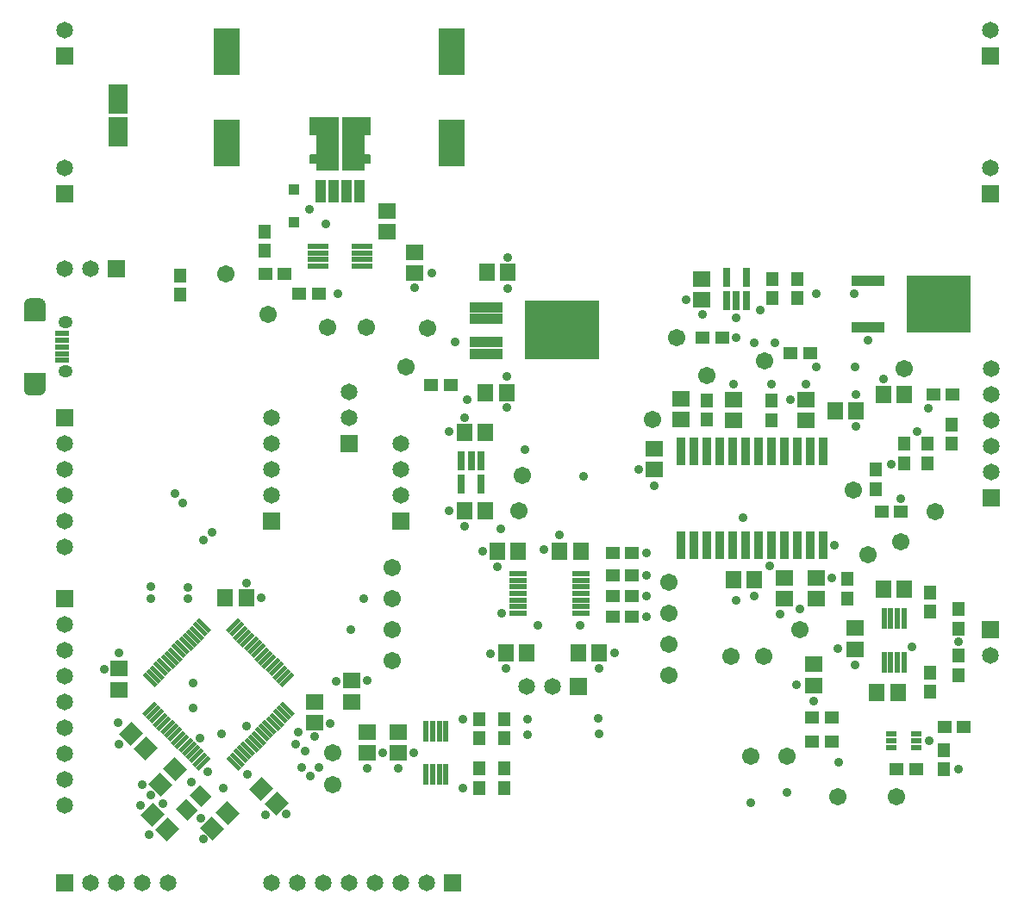
<source format=gts>
G04*
G04 #@! TF.GenerationSoftware,Altium Limited,Altium Designer,18.1.9 (240)*
G04*
G04 Layer_Color=8388736*
%FSLAX25Y25*%
%MOIN*%
G70*
G01*
G75*
%ADD18R,0.05715X0.01975*%
%ADD19R,0.02800X0.07400*%
%ADD20R,0.04494X0.02132*%
%ADD21R,0.02132X0.08234*%
%ADD22R,0.06659X0.02132*%
%ADD23R,0.08234X0.02132*%
%ADD24R,0.25010X0.22450*%
%ADD25R,0.12805X0.03947*%
G04:AMPARAMS|DCode=26|XSize=14.81mil|YSize=65.99mil|CornerRadius=0mil|HoleSize=0mil|Usage=FLASHONLY|Rotation=45.000|XOffset=0mil|YOffset=0mil|HoleType=Round|Shape=Rectangle|*
%AMROTATEDRECTD26*
4,1,4,0.01810,-0.02857,-0.02857,0.01810,-0.01810,0.02857,0.02857,-0.01810,0.01810,-0.02857,0.0*
%
%ADD26ROTATEDRECTD26*%

G04:AMPARAMS|DCode=27|XSize=14.81mil|YSize=65.99mil|CornerRadius=0mil|HoleSize=0mil|Usage=FLASHONLY|Rotation=135.000|XOffset=0mil|YOffset=0mil|HoleType=Round|Shape=Rectangle|*
%AMROTATEDRECTD27*
4,1,4,0.02857,0.01810,-0.01810,-0.02857,-0.02857,-0.01810,0.01810,0.02857,0.02857,0.01810,0.0*
%
%ADD27ROTATEDRECTD27*%

%ADD28R,0.03356X0.10836*%
%ADD29R,0.05512X0.05118*%
%ADD30R,0.05118X0.05512*%
%ADD31R,0.04100X0.08600*%
%ADD32R,0.08600X0.20600*%
G04:AMPARAMS|DCode=33|XSize=56.59mil|YSize=63.87mil|CornerRadius=0mil|HoleSize=0mil|Usage=FLASHONLY|Rotation=45.000|XOffset=0mil|YOffset=0mil|HoleType=Round|Shape=Rectangle|*
%AMROTATEDRECTD33*
4,1,4,0.00258,-0.04259,-0.04259,0.00258,-0.00258,0.04259,0.04259,-0.00258,0.00258,-0.04259,0.0*
%
%ADD33ROTATEDRECTD33*%

%ADD34R,0.04340X0.04143*%
%ADD35R,0.07293X0.11624*%
%ADD36R,0.06693X0.06299*%
G04:AMPARAMS|DCode=37|XSize=62.99mil|YSize=66.93mil|CornerRadius=0mil|HoleSize=0mil|Usage=FLASHONLY|Rotation=45.000|XOffset=0mil|YOffset=0mil|HoleType=Round|Shape=Rectangle|*
%AMROTATEDRECTD37*
4,1,4,0.00139,-0.04593,-0.04593,0.00139,-0.00139,0.04593,0.04593,-0.00139,0.00139,-0.04593,0.0*
%
%ADD37ROTATEDRECTD37*%

%ADD38R,0.06299X0.06693*%
%ADD39R,0.09852X0.18317*%
G04:AMPARAMS|DCode=40|XSize=62.99mil|YSize=66.93mil|CornerRadius=0mil|HoleSize=0mil|Usage=FLASHONLY|Rotation=315.000|XOffset=0mil|YOffset=0mil|HoleType=Round|Shape=Rectangle|*
%AMROTATEDRECTD40*
4,1,4,-0.04593,-0.00139,0.00139,0.04593,0.04593,0.00139,-0.00139,-0.04593,-0.04593,-0.00139,0.0*
%
%ADD40ROTATEDRECTD40*%

%ADD41R,0.28860X0.23060*%
%ADD42O,0.05324X0.02667*%
%ADD43O,0.05521X0.04734*%
%ADD44C,0.06506*%
%ADD45R,0.06506X0.06506*%
%ADD46R,0.06506X0.06506*%
%ADD47C,0.06702*%
%ADD48C,0.03600*%
G36*
X141047Y313833D02*
X141093Y313822D01*
X141137Y313804D01*
X141177Y313779D01*
X141213Y313748D01*
X141244Y313712D01*
X141268Y313672D01*
X141286Y313628D01*
X141297Y313582D01*
X141301Y313535D01*
Y307035D01*
X141297Y306988D01*
X141286Y306942D01*
X141268Y306899D01*
X141244Y306859D01*
X141213Y306823D01*
X141177Y306792D01*
X141137Y306767D01*
X141093Y306749D01*
X141047Y306738D01*
X141000Y306734D01*
X137000D01*
X136953Y306738D01*
X136907Y306749D01*
X136863Y306767D01*
X136823Y306792D01*
X136787Y306823D01*
X136757Y306859D01*
X136732Y306899D01*
X136714Y306942D01*
X136703Y306988D01*
X136699Y307035D01*
Y313535D01*
X136703Y313582D01*
X136714Y313628D01*
X136732Y313672D01*
X136757Y313712D01*
X136787Y313748D01*
X136823Y313779D01*
X136863Y313804D01*
X136907Y313822D01*
X136953Y313833D01*
X137000Y313836D01*
X141000D01*
X141047Y313833D01*
D02*
G37*
G36*
X122047Y313833D02*
X122093Y313822D01*
X122137Y313804D01*
X122177Y313779D01*
X122213Y313748D01*
X122243Y313712D01*
X122268Y313672D01*
X122286Y313628D01*
X122297Y313582D01*
X122301Y313535D01*
X122301Y307035D01*
X122297Y306988D01*
X122286Y306943D01*
X122268Y306899D01*
X122243Y306859D01*
X122213Y306823D01*
X122177Y306792D01*
X122137Y306767D01*
X122093Y306749D01*
X122047Y306738D01*
X122000Y306734D01*
X118000Y306734D01*
X117953Y306738D01*
X117907Y306749D01*
X117863Y306767D01*
X117823Y306792D01*
X117787Y306823D01*
X117756Y306859D01*
X117732Y306899D01*
X117714Y306942D01*
X117703Y306988D01*
X117699Y307035D01*
X117699Y313535D01*
X117703Y313582D01*
X117714Y313628D01*
X117732Y313672D01*
X117756Y313712D01*
X117787Y313748D01*
X117823Y313779D01*
X117863Y313804D01*
X117907Y313822D01*
X117953Y313833D01*
X118000Y313836D01*
X122000Y313836D01*
X122047Y313833D01*
D02*
G37*
G36*
X141047Y299333D02*
X141093Y299322D01*
X141137Y299304D01*
X141177Y299279D01*
X141213Y299248D01*
X141244Y299212D01*
X141268Y299172D01*
X141286Y299128D01*
X141297Y299082D01*
X141301Y299035D01*
Y296035D01*
X141297Y295988D01*
X141286Y295942D01*
X141268Y295899D01*
X141244Y295859D01*
X141213Y295823D01*
X141177Y295792D01*
X141137Y295767D01*
X141093Y295749D01*
X141047Y295738D01*
X141000Y295735D01*
X137250D01*
X137203Y295738D01*
X137157Y295749D01*
X137113Y295767D01*
X137073Y295792D01*
X137037Y295823D01*
X137006Y295859D01*
X136982Y295899D01*
X136964Y295942D01*
X136953Y295988D01*
X136949Y296035D01*
Y299035D01*
X136953Y299082D01*
X136964Y299128D01*
X136982Y299172D01*
X137006Y299212D01*
X137037Y299248D01*
X137073Y299279D01*
X137113Y299304D01*
X137157Y299322D01*
X137203Y299333D01*
X137250Y299336D01*
X141000D01*
X141047Y299333D01*
D02*
G37*
G36*
X122047D02*
X122093Y299322D01*
X122137Y299304D01*
X122177Y299279D01*
X122213Y299248D01*
X122243Y299212D01*
X122268Y299172D01*
X122286Y299128D01*
X122297Y299082D01*
X122301Y299035D01*
Y296035D01*
X122297Y295988D01*
X122286Y295942D01*
X122268Y295899D01*
X122243Y295859D01*
X122213Y295823D01*
X122177Y295792D01*
X122137Y295767D01*
X122093Y295749D01*
X122047Y295738D01*
X122000Y295735D01*
X118000D01*
X117953Y295738D01*
X117907Y295749D01*
X117863Y295767D01*
X117823Y295792D01*
X117787Y295823D01*
X117756Y295859D01*
X117732Y295899D01*
X117714Y295942D01*
X117703Y295988D01*
X117699Y296035D01*
Y299035D01*
X117703Y299082D01*
X117714Y299128D01*
X117732Y299172D01*
X117756Y299212D01*
X117787Y299248D01*
X117823Y299279D01*
X117863Y299304D01*
X117907Y299322D01*
X117953Y299333D01*
X118000Y299336D01*
X122000D01*
X122047Y299333D01*
D02*
G37*
G36*
X13644Y243686D02*
X13655D01*
X13667Y243684D01*
X13679Y243683D01*
X13690Y243680D01*
X13702Y243678D01*
X13713Y243675D01*
X13725Y243672D01*
X13736Y243668D01*
X13747Y243664D01*
X14470Y243364D01*
X14481Y243359D01*
X14492Y243354D01*
X14502Y243348D01*
X14513Y243343D01*
X14522Y243336D01*
X14532Y243330D01*
X14541Y243322D01*
X14551Y243315D01*
X14559Y243307D01*
X14568Y243299D01*
X15122Y242745D01*
X15129Y242736D01*
X15138Y242728D01*
X15145Y242718D01*
X15152Y242709D01*
X15159Y242699D01*
X15166Y242690D01*
X15171Y242679D01*
X15177Y242669D01*
X15182Y242658D01*
X15187Y242648D01*
X15487Y241924D01*
X15490Y241913D01*
X15495Y241902D01*
X15498Y241890D01*
X15501Y241879D01*
X15503Y241867D01*
X15506Y241856D01*
X15507Y241844D01*
X15509Y241832D01*
Y241821D01*
X15510Y241809D01*
Y241417D01*
Y235118D01*
X15506Y235071D01*
X15495Y235025D01*
X15477Y234981D01*
X15452Y234941D01*
X15421Y234905D01*
X15385Y234875D01*
X15345Y234850D01*
X15302Y234832D01*
X15256Y234821D01*
X15209Y234817D01*
X7728D01*
X7681Y234821D01*
X7635Y234832D01*
X7592Y234850D01*
X7552Y234875D01*
X7516Y234905D01*
X7485Y234941D01*
X7460Y234981D01*
X7442Y235025D01*
X7431Y235071D01*
X7427Y235118D01*
Y241417D01*
Y241809D01*
X7428Y241821D01*
Y241832D01*
X7430Y241844D01*
X7431Y241856D01*
X7434Y241867D01*
X7436Y241879D01*
X7439Y241890D01*
X7442Y241902D01*
X7447Y241913D01*
X7450Y241924D01*
X7750Y242648D01*
X7755Y242658D01*
X7760Y242669D01*
X7766Y242679D01*
X7771Y242690D01*
X7778Y242699D01*
X7785Y242709D01*
X7792Y242718D01*
X7799Y242728D01*
X7807Y242736D01*
X7815Y242745D01*
X8369Y243299D01*
X8378Y243307D01*
X8386Y243315D01*
X8396Y243322D01*
X8405Y243330D01*
X8415Y243336D01*
X8424Y243343D01*
X8435Y243348D01*
X8445Y243354D01*
X8456Y243359D01*
X8467Y243364D01*
X9190Y243664D01*
X9201Y243668D01*
X9212Y243672D01*
X9224Y243675D01*
X9235Y243678D01*
X9247Y243680D01*
X9258Y243683D01*
X9270Y243684D01*
X9282Y243686D01*
X9293D01*
X9305Y243687D01*
X13632D01*
X13644Y243686D01*
D02*
G37*
G36*
X15256Y214943D02*
X15302Y214932D01*
X15345Y214914D01*
X15385Y214889D01*
X15421Y214859D01*
X15452Y214823D01*
X15477Y214782D01*
X15495Y214739D01*
X15506Y214693D01*
X15510Y214646D01*
Y208347D01*
Y207955D01*
X15509Y207943D01*
Y207931D01*
X15507Y207920D01*
X15506Y207908D01*
X15503Y207896D01*
X15501Y207885D01*
X15498Y207873D01*
X15495Y207862D01*
X15490Y207851D01*
X15487Y207840D01*
X15187Y207116D01*
X15182Y207106D01*
X15177Y207095D01*
X15171Y207085D01*
X15166Y207074D01*
X15159Y207065D01*
X15152Y207054D01*
X15145Y207046D01*
X15138Y207036D01*
X15129Y207028D01*
X15122Y207019D01*
X14568Y206465D01*
X14559Y206457D01*
X14551Y206449D01*
X14541Y206442D01*
X14532Y206434D01*
X14522Y206428D01*
X14513Y206421D01*
X14502Y206416D01*
X14492Y206410D01*
X14481Y206405D01*
X14470Y206400D01*
X13747Y206100D01*
X13736Y206096D01*
X13725Y206092D01*
X13713Y206089D01*
X13702Y206085D01*
X13690Y206083D01*
X13679Y206081D01*
X13667Y206080D01*
X13655Y206078D01*
X13644D01*
X13632Y206077D01*
X9305D01*
X9293Y206078D01*
X9282D01*
X9270Y206080D01*
X9258Y206081D01*
X9247Y206083D01*
X9235Y206085D01*
X9224Y206089D01*
X9212Y206092D01*
X9201Y206096D01*
X9190Y206100D01*
X8467Y206400D01*
X8456Y206405D01*
X8445Y206410D01*
X8435Y206416D01*
X8424Y206421D01*
X8415Y206428D01*
X8405Y206434D01*
X8396Y206442D01*
X8386Y206449D01*
X8378Y206457D01*
X8369Y206465D01*
X7815Y207019D01*
X7807Y207028D01*
X7799Y207036D01*
X7792Y207046D01*
X7785Y207054D01*
X7778Y207065D01*
X7771Y207074D01*
X7766Y207085D01*
X7760Y207095D01*
X7755Y207106D01*
X7750Y207116D01*
X7450Y207840D01*
X7447Y207851D01*
X7442Y207862D01*
X7439Y207873D01*
X7436Y207885D01*
X7434Y207896D01*
X7431Y207908D01*
X7430Y207920D01*
X7428Y207931D01*
Y207943D01*
X7427Y207955D01*
Y208347D01*
Y214646D01*
X7431Y214693D01*
X7442Y214739D01*
X7460Y214782D01*
X7485Y214823D01*
X7516Y214859D01*
X7552Y214889D01*
X7592Y214914D01*
X7635Y214932D01*
X7681Y214943D01*
X7728Y214947D01*
X15209D01*
X15256Y214943D01*
D02*
G37*
D18*
X22000Y230000D02*
D03*
Y227441D02*
D03*
Y224882D02*
D03*
Y222323D02*
D03*
Y219764D02*
D03*
D19*
X279021Y251886D02*
D03*
X286502D02*
D03*
Y242686D02*
D03*
X282761D02*
D03*
X279021D02*
D03*
X183940Y171700D02*
D03*
X176460D02*
D03*
Y180900D02*
D03*
X180200D02*
D03*
X183940D02*
D03*
D20*
X342610Y69974D02*
D03*
Y72533D02*
D03*
Y75092D02*
D03*
X352256D02*
D03*
Y72533D02*
D03*
Y69974D02*
D03*
D21*
X339859Y102770D02*
D03*
X342418D02*
D03*
X344977D02*
D03*
X347536D02*
D03*
X339859Y119699D02*
D03*
X342418D02*
D03*
X344977D02*
D03*
X347536D02*
D03*
X162797Y59336D02*
D03*
X165356D02*
D03*
X167915D02*
D03*
X170474D02*
D03*
X162797Y76265D02*
D03*
X165356D02*
D03*
X167915D02*
D03*
X170474D02*
D03*
D22*
X222508Y121823D02*
D03*
Y124382D02*
D03*
Y126941D02*
D03*
Y129500D02*
D03*
Y132059D02*
D03*
Y134618D02*
D03*
Y137177D02*
D03*
X198492Y121823D02*
D03*
Y124382D02*
D03*
Y126941D02*
D03*
Y129500D02*
D03*
Y132059D02*
D03*
Y134618D02*
D03*
Y137177D02*
D03*
D23*
X121035Y263839D02*
D03*
Y261280D02*
D03*
Y258720D02*
D03*
Y256161D02*
D03*
X137965Y263839D02*
D03*
Y261280D02*
D03*
Y258720D02*
D03*
Y256161D02*
D03*
D24*
X213487Y231300D02*
D03*
X361130Y241500D02*
D03*
D25*
X186124Y222324D02*
D03*
Y226812D02*
D03*
Y235788D02*
D03*
Y240276D02*
D03*
X333768Y232524D02*
D03*
Y250476D02*
D03*
D26*
X55914Y96207D02*
D03*
X57306Y97599D02*
D03*
X58698Y98991D02*
D03*
X60090Y100383D02*
D03*
X61482Y101775D02*
D03*
X62874Y103167D02*
D03*
X64266Y104559D02*
D03*
X65658Y105951D02*
D03*
X67049Y107343D02*
D03*
X68441Y108734D02*
D03*
X69833Y110126D02*
D03*
X71225Y111518D02*
D03*
X72617Y112910D02*
D03*
X74009Y114302D02*
D03*
X75401Y115694D02*
D03*
X76793Y117086D02*
D03*
X109086Y84793D02*
D03*
X107694Y83401D02*
D03*
X106302Y82009D02*
D03*
X104910Y80617D02*
D03*
X103518Y79225D02*
D03*
X102126Y77833D02*
D03*
X100734Y76441D02*
D03*
X99343Y75049D02*
D03*
X97951Y73658D02*
D03*
X96559Y72265D02*
D03*
X95167Y70874D02*
D03*
X93775Y69482D02*
D03*
X92383Y68090D02*
D03*
X90991Y66698D02*
D03*
X89599Y65306D02*
D03*
X88207Y63914D02*
D03*
D27*
Y117086D02*
D03*
X89599Y115694D02*
D03*
X90991Y114302D02*
D03*
X92383Y112910D02*
D03*
X93775Y111518D02*
D03*
X95167Y110126D02*
D03*
X96559Y108734D02*
D03*
X97951Y107343D02*
D03*
X99343Y105951D02*
D03*
X100734Y104559D02*
D03*
X102126Y103167D02*
D03*
X103518Y101775D02*
D03*
X104910Y100383D02*
D03*
X106302Y98991D02*
D03*
X107694Y97599D02*
D03*
X109086Y96207D02*
D03*
X76793Y63914D02*
D03*
X75401Y65306D02*
D03*
X74009Y66698D02*
D03*
X72617Y68090D02*
D03*
X71225Y69482D02*
D03*
X69833Y70874D02*
D03*
X68441Y72265D02*
D03*
X67049Y73658D02*
D03*
X65658Y75049D02*
D03*
X64266Y76441D02*
D03*
X62874Y77833D02*
D03*
X61482Y79225D02*
D03*
X60090Y80617D02*
D03*
X58698Y82009D02*
D03*
X57306Y83401D02*
D03*
X55914Y84793D02*
D03*
D28*
X316206Y184491D02*
D03*
X311206D02*
D03*
X306206D02*
D03*
X301206D02*
D03*
X296206D02*
D03*
X291206D02*
D03*
X286206D02*
D03*
X281206D02*
D03*
X276206D02*
D03*
X271206D02*
D03*
X266206D02*
D03*
X261206D02*
D03*
X316206Y148270D02*
D03*
X311206D02*
D03*
X306206D02*
D03*
X301206D02*
D03*
X296206D02*
D03*
X291206D02*
D03*
X286206D02*
D03*
X281206D02*
D03*
X276206D02*
D03*
X271206D02*
D03*
X266206D02*
D03*
X261206D02*
D03*
D29*
X312020Y72000D02*
D03*
X319500D02*
D03*
X312020Y81500D02*
D03*
X319500D02*
D03*
X366473Y206540D02*
D03*
X358993D02*
D03*
X277232Y228584D02*
D03*
X269752D02*
D03*
X113760Y245500D02*
D03*
X121240D02*
D03*
X100500Y253240D02*
D03*
X107980D02*
D03*
X164760Y210000D02*
D03*
X172240D02*
D03*
X311240Y222500D02*
D03*
X303760D02*
D03*
X370673Y77891D02*
D03*
X363193D02*
D03*
X344693Y61460D02*
D03*
X352173D02*
D03*
X346473Y161140D02*
D03*
X338993D02*
D03*
X234910Y120500D02*
D03*
X242390D02*
D03*
X234910Y128500D02*
D03*
X242390D02*
D03*
X234910Y136500D02*
D03*
X242390D02*
D03*
X234910Y145000D02*
D03*
X242390D02*
D03*
D30*
X368698Y105475D02*
D03*
Y97994D02*
D03*
X357635Y98975D02*
D03*
Y91494D02*
D03*
X368698Y115994D02*
D03*
Y123475D02*
D03*
X357698Y122494D02*
D03*
Y129975D02*
D03*
X296535Y243760D02*
D03*
Y251240D02*
D03*
X306206Y243760D02*
D03*
Y251240D02*
D03*
X183292Y54217D02*
D03*
Y61698D02*
D03*
X193135Y54217D02*
D03*
Y61698D02*
D03*
X183292Y80998D02*
D03*
Y73517D02*
D03*
X193135Y80998D02*
D03*
Y73517D02*
D03*
X363066Y61460D02*
D03*
Y68940D02*
D03*
X100465Y269500D02*
D03*
Y262020D02*
D03*
X67500Y245055D02*
D03*
Y252535D02*
D03*
X325706Y135120D02*
D03*
Y127640D02*
D03*
X365933Y194980D02*
D03*
Y187500D02*
D03*
X347733Y187380D02*
D03*
Y179900D02*
D03*
X296206Y196640D02*
D03*
Y204120D02*
D03*
X356733Y187380D02*
D03*
Y179900D02*
D03*
X336733Y169900D02*
D03*
Y177380D02*
D03*
X271333Y204204D02*
D03*
Y196724D02*
D03*
D31*
X127000Y285035D02*
D03*
X132000D02*
D03*
X137000D02*
D03*
X122000D02*
D03*
D32*
X124500Y303535D02*
D03*
X134500D02*
D03*
D33*
X70293Y45793D02*
D03*
X75707Y51207D02*
D03*
D34*
X111500Y285701D02*
D03*
X111500Y273299D02*
D03*
D35*
X43500Y308102D02*
D03*
Y320898D02*
D03*
D36*
X269261Y243250D02*
D03*
Y251321D02*
D03*
X139900Y67922D02*
D03*
Y75993D02*
D03*
X152135Y67922D02*
D03*
Y75993D02*
D03*
X312500Y93965D02*
D03*
Y102035D02*
D03*
X328500Y107965D02*
D03*
Y116035D02*
D03*
X158400Y253565D02*
D03*
Y261635D02*
D03*
X147500Y269465D02*
D03*
Y277535D02*
D03*
X119500Y79465D02*
D03*
Y87535D02*
D03*
X44000Y100335D02*
D03*
Y92265D02*
D03*
X134000Y95735D02*
D03*
Y87665D02*
D03*
X313706Y135416D02*
D03*
Y127345D02*
D03*
X250833Y177345D02*
D03*
Y185416D02*
D03*
X301206Y127345D02*
D03*
Y135416D02*
D03*
X281706Y196345D02*
D03*
Y204416D02*
D03*
X261333Y196845D02*
D03*
Y204916D02*
D03*
X309671Y196345D02*
D03*
Y204416D02*
D03*
D37*
X60020Y55647D02*
D03*
X65727Y61353D02*
D03*
X80146Y38647D02*
D03*
X85853Y44354D02*
D03*
D38*
X193621Y106626D02*
D03*
X201692D02*
D03*
X345233Y91234D02*
D03*
X337162D02*
D03*
X347733Y131234D02*
D03*
X339662D02*
D03*
X214465Y145735D02*
D03*
X222535D02*
D03*
X190357Y145800D02*
D03*
X198427D02*
D03*
X347768Y206540D02*
D03*
X339698D02*
D03*
X229692Y106626D02*
D03*
X221621D02*
D03*
X177665Y161500D02*
D03*
X185735D02*
D03*
X177665Y191800D02*
D03*
X185735D02*
D03*
X194392Y253800D02*
D03*
X186321D02*
D03*
X185821Y207300D02*
D03*
X193892D02*
D03*
X93185Y127700D02*
D03*
X85114D02*
D03*
X281671Y134880D02*
D03*
X289742D02*
D03*
X329048Y200140D02*
D03*
X320977D02*
D03*
D39*
X172500Y339315D02*
D03*
Y303685D02*
D03*
X85500Y339315D02*
D03*
Y303685D02*
D03*
D40*
X57020Y43854D02*
D03*
X62727Y38146D02*
D03*
X104853Y48046D02*
D03*
X99146Y53754D02*
D03*
X48546Y75153D02*
D03*
X54254Y69446D02*
D03*
D41*
X215170Y231370D02*
D03*
D42*
X11468Y211053D02*
D03*
Y238711D02*
D03*
D43*
X23280Y215335D02*
D03*
Y234429D02*
D03*
D44*
X63000Y17500D02*
D03*
X53000D02*
D03*
X43000D02*
D03*
X33000D02*
D03*
X133000Y197500D02*
D03*
Y207500D02*
D03*
X163000Y17500D02*
D03*
X153000D02*
D03*
X143000D02*
D03*
X133000D02*
D03*
X123000D02*
D03*
X113000D02*
D03*
X103000D02*
D03*
X23000Y187500D02*
D03*
Y177500D02*
D03*
Y167500D02*
D03*
Y157500D02*
D03*
Y147500D02*
D03*
X103000Y197500D02*
D03*
Y187500D02*
D03*
Y177500D02*
D03*
Y167500D02*
D03*
X23000Y107500D02*
D03*
Y97500D02*
D03*
Y87500D02*
D03*
Y77500D02*
D03*
Y67500D02*
D03*
Y57500D02*
D03*
Y47500D02*
D03*
Y117500D02*
D03*
X153000Y187500D02*
D03*
Y177500D02*
D03*
Y167500D02*
D03*
X211500Y93500D02*
D03*
X201500D02*
D03*
X381000Y347500D02*
D03*
Y294000D02*
D03*
X23000Y347500D02*
D03*
Y294000D02*
D03*
X381000Y105626D02*
D03*
X381233Y176540D02*
D03*
Y186540D02*
D03*
Y196540D02*
D03*
Y206540D02*
D03*
Y216540D02*
D03*
X33000Y255000D02*
D03*
X23000D02*
D03*
D45*
Y17500D02*
D03*
X173000D02*
D03*
X221500Y93500D02*
D03*
X43000Y255000D02*
D03*
D46*
X133000Y187500D02*
D03*
X23000Y197500D02*
D03*
X103000Y157500D02*
D03*
X23000Y127500D02*
D03*
X153000Y157500D02*
D03*
X381000Y337500D02*
D03*
Y284000D02*
D03*
X23000Y337500D02*
D03*
Y284000D02*
D03*
X381000Y115626D02*
D03*
X381233Y166540D02*
D03*
D47*
X322100Y50700D02*
D03*
X344693D02*
D03*
X139500Y232500D02*
D03*
X124500D02*
D03*
X307206Y115500D02*
D03*
X333733Y144500D02*
D03*
X359733Y161140D02*
D03*
X346473Y149640D02*
D03*
X347733Y216380D02*
D03*
X328000Y169500D02*
D03*
X271333Y213928D02*
D03*
X250233Y196845D02*
D03*
X302400Y66500D02*
D03*
X288200D02*
D03*
X293500Y219500D02*
D03*
X126500Y55500D02*
D03*
X293240Y105000D02*
D03*
X126500Y67958D02*
D03*
X280500Y105000D02*
D03*
X256600Y97767D02*
D03*
Y109767D02*
D03*
Y121767D02*
D03*
Y133767D02*
D03*
X149500Y103382D02*
D03*
Y115382D02*
D03*
Y127382D02*
D03*
Y139382D02*
D03*
X101500Y237500D02*
D03*
X198500Y161500D02*
D03*
X85240Y253240D02*
D03*
X163200Y232000D02*
D03*
X155000Y217206D02*
D03*
X200050Y175050D02*
D03*
X259500Y228584D02*
D03*
D48*
X80000Y153172D02*
D03*
X76793Y150000D02*
D03*
X65658Y168000D02*
D03*
X68500Y164500D02*
D03*
X98840Y127700D02*
D03*
X56400Y127400D02*
D03*
X70500D02*
D03*
X75500Y42500D02*
D03*
X76500Y34500D02*
D03*
X56426Y132059D02*
D03*
X70500Y131950D02*
D03*
X363500Y233956D02*
D03*
Y248933D02*
D03*
Y241444D02*
D03*
X370000Y234012D02*
D03*
Y248988D02*
D03*
Y241500D02*
D03*
X217500Y224012D02*
D03*
Y238988D02*
D03*
Y231500D02*
D03*
X226000D02*
D03*
X173921Y226812D02*
D03*
X201100Y185300D02*
D03*
X322000Y108234D02*
D03*
X158400Y247900D02*
D03*
X165000Y253400D02*
D03*
X357093Y201000D02*
D03*
X352500Y192300D02*
D03*
X292000Y239224D02*
D03*
X208245Y146500D02*
D03*
X295500Y140174D02*
D03*
X44000Y106500D02*
D03*
X128000Y95500D02*
D03*
X55500Y36000D02*
D03*
X83575Y75200D02*
D03*
X72000Y56600D02*
D03*
X115900Y68400D02*
D03*
X113300Y75800D02*
D03*
X112300Y71200D02*
D03*
X121300Y62200D02*
D03*
X118000Y58900D02*
D03*
X114654Y62300D02*
D03*
X119500Y74000D02*
D03*
X93300Y78200D02*
D03*
X138500Y127640D02*
D03*
X72825Y94800D02*
D03*
X61100Y48046D02*
D03*
X52200Y47500D02*
D03*
X84300Y54300D02*
D03*
X78200Y60600D02*
D03*
X100607Y43800D02*
D03*
X108800Y44100D02*
D03*
X93500Y59600D02*
D03*
X56426Y51500D02*
D03*
X72825Y85001D02*
D03*
X53000Y55500D02*
D03*
X139900Y95735D02*
D03*
X75401Y73658D02*
D03*
X43769Y79500D02*
D03*
X44000Y71000D02*
D03*
X38300Y100300D02*
D03*
X93185Y133385D02*
D03*
X125500Y79225D02*
D03*
X288200Y48500D02*
D03*
X133500Y115500D02*
D03*
X223500Y174900D02*
D03*
X303500Y204500D02*
D03*
X289500Y128479D02*
D03*
X282761Y126941D02*
D03*
X299500Y121500D02*
D03*
X368698Y61500D02*
D03*
X322300Y64200D02*
D03*
X302400Y52400D02*
D03*
X229200Y81112D02*
D03*
X229500Y75200D02*
D03*
X306000Y94000D02*
D03*
X312500Y87800D02*
D03*
X328500Y101900D02*
D03*
X357433Y72502D02*
D03*
X201900Y74958D02*
D03*
Y80751D02*
D03*
X146099Y67922D02*
D03*
X139900Y61958D02*
D03*
X191700Y154400D02*
D03*
X190400Y139800D02*
D03*
X328500Y217206D02*
D03*
X313500Y217000D02*
D03*
X289500Y226500D02*
D03*
X297500D02*
D03*
X333733Y227500D02*
D03*
X313706Y245500D02*
D03*
X328233D02*
D03*
X214465Y152265D02*
D03*
X282761Y236105D02*
D03*
X350698Y108734D02*
D03*
X368698Y110734D02*
D03*
X158135Y67958D02*
D03*
X152135Y61958D02*
D03*
X177135Y54217D02*
D03*
Y80958D02*
D03*
X282557Y228584D02*
D03*
X263221Y243250D02*
D03*
X269545Y237386D02*
D03*
X123000Y296100D02*
D03*
X126000Y300000D02*
D03*
Y305500D02*
D03*
X120500Y310600D02*
D03*
X126000D02*
D03*
X136100Y296100D02*
D03*
X133200Y300000D02*
D03*
Y305400D02*
D03*
Y310600D02*
D03*
X138100D02*
D03*
X339698Y212640D02*
D03*
X329048Y206540D02*
D03*
Y194140D02*
D03*
X346233Y166140D02*
D03*
X342733Y179640D02*
D03*
X226000Y238988D02*
D03*
X178500Y204500D02*
D03*
X281706Y210345D02*
D03*
X296206D02*
D03*
X309706Y210380D02*
D03*
X244833Y177345D02*
D03*
X250833Y171180D02*
D03*
X285233Y158853D02*
D03*
X307206Y123580D02*
D03*
X319671Y135416D02*
D03*
X320706Y148270D02*
D03*
X248100Y136500D02*
D03*
X235657Y106626D02*
D03*
X187657Y106305D02*
D03*
X229692Y100626D02*
D03*
X193621D02*
D03*
X248100Y120500D02*
D03*
Y128500D02*
D03*
Y145000D02*
D03*
X192000Y121780D02*
D03*
X206000Y117000D02*
D03*
X222465D02*
D03*
X184500Y145800D02*
D03*
X194392Y247500D02*
D03*
Y259500D02*
D03*
X193892Y201500D02*
D03*
Y213500D02*
D03*
X177500Y155500D02*
D03*
X171500Y161500D02*
D03*
Y192300D02*
D03*
X177665Y197500D02*
D03*
X128500Y245500D02*
D03*
X226000Y224012D02*
D03*
X117500Y278000D02*
D03*
X124000Y272500D02*
D03*
M02*

</source>
